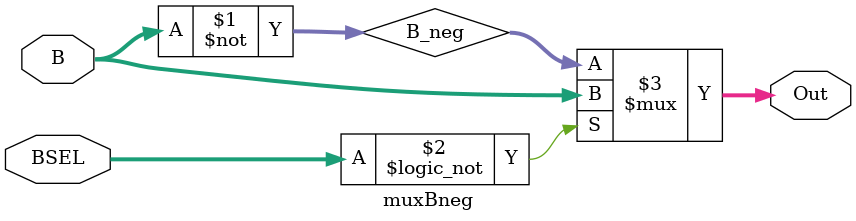
<source format=v>
`ifndef _MUX_B_NEG_V_
`define _MUX_B_NEG_V_

module muxBneg(
  input [7:0] B,
  input [1:0] BSEL,
  output [7:0] Out
);
wire [7:0] B_neg;

assign B_neg = ~B;

// MUX LOGIC:
//   if   BSEL == 0 => Out = B;
//   else            => Out = B_neg;
assign Out = ( BSEL == 2'b00 ) ? B : B_neg;

endmodule

`endif /* _MUX_B_NEG_V_ */
</source>
